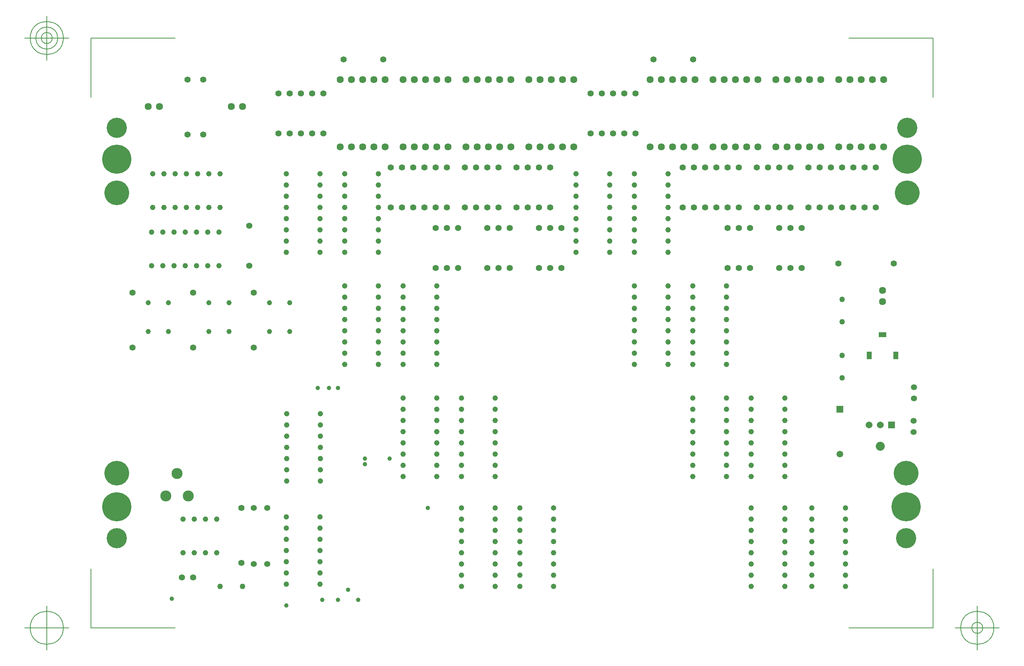
<source format=gbr>
G04 Generated by Ultiboard 14.3 *
%FSLAX34Y34*%
%MOMM*%

%ADD10C,0.0001*%
%ADD11C,0.0010*%
%ADD12C,0.1270*%
%ADD13C,2.03200*%
%ADD14C,6.60400*%
%ADD15C,4.57200*%
%ADD16C,5.58800*%
%ADD17C,1.4000*%
%ADD18C,1.2446*%
%ADD19C,1.3556*%
%ADD20C,1.6088*%
%ADD21C,1.1556*%
%ADD22C,2.4978*%
%ADD23C,1.5366*%
%ADD24R,1.5366X1.5366*%
%ADD25C,1.5000*%
%ADD26R,1.5000X1.5000*%
%ADD27C,1.0000*%
%ADD28C,1.2000*%
%ADD29C,3.0000*%
%ADD30C,5.0000*%
%ADD31C,4.0000*%
%ADD32C,1.2700*%


G04 ColorRGB 9900CC for the following layer *
%LNSolder Mask Bottom*%
%LPD*%
G54D10*
G54D11*
G36*
X1785520Y656680D02*
X1785520Y656680D01*
X1785520Y666680D01*
X1769520Y666680D01*
X1769520Y656680D01*
X1785520Y656680D01*
D02*
G37*
X1785520Y666680D01*
X1769520Y666680D01*
X1769520Y656680D01*
X1785520Y656680D01*
G36*
X1812520Y622680D02*
X1812520Y622680D01*
X1802520Y622680D01*
X1802520Y606680D01*
X1812520Y606680D01*
X1812520Y622680D01*
D02*
G37*
X1802520Y622680D01*
X1802520Y606680D01*
X1812520Y606680D01*
X1812520Y622680D01*
G36*
X1752520Y622680D02*
X1752520Y622680D01*
X1742520Y622680D01*
X1742520Y606680D01*
X1752520Y606680D01*
X1752520Y622680D01*
D02*
G37*
X1742520Y622680D01*
X1742520Y606680D01*
X1752520Y606680D01*
X1752520Y622680D01*
G54D12*
X-12700Y-2540D02*
X-12700Y131064D01*
X-12700Y-2540D02*
X177800Y-2540D01*
X1892300Y-2540D02*
X1701800Y-2540D01*
X1892300Y-2540D02*
X1892300Y131064D01*
X1892300Y1333500D02*
X1892300Y1199896D01*
X1892300Y1333500D02*
X1701800Y1333500D01*
X-12700Y1333500D02*
X177800Y1333500D01*
X-12700Y1333500D02*
X-12700Y1199896D01*
X-62700Y-2540D02*
X-162700Y-2540D01*
X-112700Y-52540D02*
X-112700Y47460D01*
X-150200Y-2540D02*
G75*
D01*
G02X-150200Y-2540I37500J0*
G01*
X1942300Y-2540D02*
X2042300Y-2540D01*
X1992300Y-52540D02*
X1992300Y47460D01*
X1954800Y-2540D02*
G75*
D01*
G02X1954800Y-2540I37500J0*
G01*
X1979800Y-2540D02*
G75*
D01*
G02X1979800Y-2540I12500J0*
G01*
X-62700Y1333500D02*
X-162700Y1333500D01*
X-112700Y1283500D02*
X-112700Y1383500D01*
X-150200Y1333500D02*
G75*
D01*
G02X-150200Y1333500I37500J0*
G01*
X-137700Y1333500D02*
G75*
D01*
G02X-137700Y1333500I25000J0*
G01*
X-125200Y1333500D02*
G75*
D01*
G02X-125200Y1333500I12500J0*
G01*
G54D13*
X1772920Y408940D03*
G54D14*
X45720Y271780D03*
X45720Y1059180D03*
X1833880Y1059180D03*
X1831340Y271780D03*
G54D15*
X45720Y200660D03*
X45720Y1130300D03*
X1833880Y1130300D03*
X1831340Y200660D03*
G54D16*
X45720Y347980D03*
X45720Y982980D03*
X1833880Y982980D03*
X1831340Y347980D03*
G54D17*
X81280Y631920D03*
X81280Y756920D03*
X218440Y631920D03*
X218440Y756920D03*
X355600Y631920D03*
X355600Y756920D03*
X327660Y144240D03*
X327660Y269240D03*
X690880Y1039960D03*
X690780Y949960D03*
X716280Y1039960D03*
X716180Y949960D03*
X741680Y1039960D03*
X741580Y949960D03*
X767080Y1039960D03*
X766980Y949960D03*
X792480Y1039960D03*
X792380Y949960D03*
X767080Y902800D03*
X766980Y812800D03*
X792480Y902800D03*
X792380Y812800D03*
X833120Y1039960D03*
X833020Y949960D03*
X883920Y1039960D03*
X883820Y949960D03*
X909320Y1039960D03*
X909220Y949960D03*
X858520Y1039960D03*
X858420Y949960D03*
X909320Y902800D03*
X909220Y812800D03*
X883920Y902800D03*
X883820Y812800D03*
X1026160Y1039960D03*
X1026060Y949960D03*
X975360Y1039960D03*
X975260Y949960D03*
X949960Y1039960D03*
X949860Y949960D03*
X1000760Y1039960D03*
X1000660Y949960D03*
X817880Y902800D03*
X817780Y812800D03*
X1325880Y1039960D03*
X1325780Y949960D03*
X1351280Y1039960D03*
X1351180Y949960D03*
X1376680Y1039960D03*
X1376580Y949960D03*
X1402080Y1039960D03*
X1401980Y949960D03*
X1427480Y1039960D03*
X1427380Y949960D03*
X1452880Y1039960D03*
X1452780Y949960D03*
X1117600Y1207600D03*
X1117500Y1117600D03*
X1143000Y1207600D03*
X1142900Y1117600D03*
X1168400Y1207600D03*
X1168300Y1117600D03*
X1193800Y1207600D03*
X1193700Y1117600D03*
X1219200Y1207600D03*
X1219100Y1117600D03*
X1427480Y902800D03*
X1427380Y812800D03*
X1452880Y902800D03*
X1452780Y812800D03*
X1478280Y902800D03*
X1478180Y812800D03*
X1493520Y1039960D03*
X1493420Y949960D03*
X1518920Y1039960D03*
X1518820Y949960D03*
X1544320Y1039960D03*
X1544220Y949960D03*
X1569720Y1039960D03*
X1569620Y949960D03*
X1595120Y902800D03*
X1595020Y812800D03*
X1569720Y902800D03*
X1569620Y812800D03*
X1544320Y902800D03*
X1544220Y812800D03*
X1610360Y1039960D03*
X1610260Y949960D03*
X1635760Y1039960D03*
X1635660Y949960D03*
X1661160Y1039960D03*
X1661060Y949960D03*
X1686560Y1039960D03*
X1686460Y949960D03*
X1711960Y1039960D03*
X1711860Y949960D03*
X1737360Y1039960D03*
X1737260Y949960D03*
X1762760Y1039960D03*
X1762660Y949960D03*
X411480Y1207600D03*
X411380Y1117600D03*
X436880Y1207600D03*
X436780Y1117600D03*
X462280Y1207600D03*
X462180Y1117600D03*
X487680Y1207600D03*
X487580Y1117600D03*
X513080Y1207600D03*
X512980Y1117600D03*
X665480Y1039960D03*
X665380Y949960D03*
X648800Y1285240D03*
X558800Y1285340D03*
X1349840Y1285240D03*
X1259840Y1285340D03*
X345440Y907880D03*
X345340Y817880D03*
X934720Y902800D03*
X934620Y812800D03*
X1000760Y902800D03*
X1000660Y812800D03*
X1026160Y902800D03*
X1026060Y812800D03*
X1051560Y902800D03*
X1051460Y812800D03*
X205740Y1114520D03*
X205740Y1239520D03*
X241300Y1114520D03*
X241300Y1239520D03*
X1678400Y822960D03*
X1803400Y822960D03*
X218040Y111760D03*
X193040Y111760D03*
G54D18*
X1480820Y91440D03*
X1557020Y142240D03*
X1557020Y116840D03*
X1557020Y167640D03*
X1557020Y218440D03*
X1557020Y193040D03*
X1557020Y243840D03*
X1557020Y269240D03*
X1480820Y243840D03*
X1480820Y167640D03*
X1480820Y142240D03*
X1480820Y116840D03*
X1480820Y218440D03*
X1480820Y193040D03*
X1480820Y269240D03*
X1557020Y91440D03*
X1348740Y340360D03*
X1424940Y391160D03*
X1424940Y365760D03*
X1424940Y416560D03*
X1424940Y467360D03*
X1424940Y441960D03*
X1424940Y492760D03*
X1424940Y518160D03*
X1348740Y492760D03*
X1348740Y416560D03*
X1348740Y391160D03*
X1348740Y365760D03*
X1348740Y467360D03*
X1348740Y441960D03*
X1348740Y518160D03*
X1424940Y340360D03*
X1084580Y848360D03*
X1160780Y899160D03*
X1160780Y873760D03*
X1160780Y924560D03*
X1160780Y975360D03*
X1160780Y949960D03*
X1160780Y1000760D03*
X1160780Y1026160D03*
X1084580Y1000760D03*
X1084580Y924560D03*
X1084580Y899160D03*
X1084580Y873760D03*
X1084580Y975360D03*
X1084580Y949960D03*
X1084580Y1026160D03*
X1160780Y848360D03*
X1216660Y594360D03*
X1292860Y645160D03*
X1292860Y619760D03*
X1292860Y670560D03*
X1292860Y721360D03*
X1292860Y695960D03*
X1292860Y746760D03*
X1292860Y772160D03*
X1216660Y746760D03*
X1216660Y670560D03*
X1216660Y645160D03*
X1216660Y619760D03*
X1216660Y721360D03*
X1216660Y695960D03*
X1216660Y772160D03*
X1292860Y594360D03*
X769620Y518160D03*
X693420Y467360D03*
X693420Y492760D03*
X693420Y441960D03*
X693420Y391160D03*
X693420Y416560D03*
X693420Y365760D03*
X693420Y340360D03*
X769620Y365760D03*
X769620Y441960D03*
X769620Y467360D03*
X769620Y492760D03*
X769620Y391160D03*
X769620Y416560D03*
X769620Y340360D03*
X693420Y518160D03*
X901700Y518160D03*
X825500Y467360D03*
X825500Y492760D03*
X825500Y441960D03*
X825500Y391160D03*
X825500Y416560D03*
X825500Y365760D03*
X825500Y340360D03*
X901700Y365760D03*
X901700Y441960D03*
X901700Y467360D03*
X901700Y492760D03*
X901700Y391160D03*
X901700Y416560D03*
X901700Y340360D03*
X825500Y518160D03*
X1557020Y518160D03*
X1480820Y467360D03*
X1480820Y492760D03*
X1480820Y441960D03*
X1480820Y391160D03*
X1480820Y416560D03*
X1480820Y365760D03*
X1480820Y340360D03*
X1557020Y365760D03*
X1557020Y441960D03*
X1557020Y467360D03*
X1557020Y492760D03*
X1557020Y391160D03*
X1557020Y416560D03*
X1557020Y340360D03*
X1480820Y518160D03*
X637540Y772160D03*
X561340Y721360D03*
X561340Y746760D03*
X561340Y695960D03*
X561340Y645160D03*
X561340Y670560D03*
X561340Y619760D03*
X561340Y594360D03*
X637540Y619760D03*
X637540Y695960D03*
X637540Y721360D03*
X637540Y746760D03*
X637540Y645160D03*
X637540Y670560D03*
X637540Y594360D03*
X561340Y772160D03*
X769620Y772160D03*
X693420Y721360D03*
X693420Y746760D03*
X693420Y695960D03*
X693420Y645160D03*
X693420Y670560D03*
X693420Y619760D03*
X693420Y594360D03*
X769620Y619760D03*
X769620Y695960D03*
X769620Y721360D03*
X769620Y746760D03*
X769620Y645160D03*
X769620Y670560D03*
X769620Y594360D03*
X693420Y772160D03*
X1424940Y772160D03*
X1348740Y721360D03*
X1348740Y746760D03*
X1348740Y695960D03*
X1348740Y645160D03*
X1348740Y670560D03*
X1348740Y619760D03*
X1348740Y594360D03*
X1424940Y619760D03*
X1424940Y695960D03*
X1424940Y721360D03*
X1424940Y746760D03*
X1424940Y645160D03*
X1424940Y670560D03*
X1424940Y594360D03*
X1348740Y772160D03*
X637540Y1026160D03*
X561340Y975360D03*
X561340Y1000760D03*
X561340Y949960D03*
X561340Y899160D03*
X561340Y924560D03*
X561340Y873760D03*
X561340Y848360D03*
X637540Y873760D03*
X637540Y949960D03*
X637540Y975360D03*
X637540Y1000760D03*
X637540Y899160D03*
X637540Y924560D03*
X637540Y848360D03*
X561340Y1026160D03*
X1292860Y1026160D03*
X1216660Y975360D03*
X1216660Y1000760D03*
X1216660Y949960D03*
X1216660Y899160D03*
X1216660Y924560D03*
X1216660Y873760D03*
X1216660Y848360D03*
X1292860Y873760D03*
X1292860Y949960D03*
X1292860Y975360D03*
X1292860Y1000760D03*
X1292860Y899160D03*
X1292860Y924560D03*
X1292860Y848360D03*
X1216660Y1026160D03*
X1033780Y269240D03*
X957580Y218440D03*
X957580Y243840D03*
X957580Y193040D03*
X957580Y142240D03*
X957580Y167640D03*
X957580Y116840D03*
X957580Y91440D03*
X1033780Y116840D03*
X1033780Y193040D03*
X1033780Y218440D03*
X1033780Y243840D03*
X1033780Y142240D03*
X1033780Y167640D03*
X1033780Y91440D03*
X957580Y269240D03*
X271780Y167640D03*
X195580Y243840D03*
X271780Y243840D03*
X220980Y243840D03*
X246380Y167640D03*
X246380Y243840D03*
X220980Y167640D03*
X195580Y167640D03*
X1694180Y269240D03*
X1617980Y218440D03*
X1617980Y243840D03*
X1617980Y193040D03*
X1617980Y142240D03*
X1617980Y167640D03*
X1617980Y116840D03*
X1617980Y91440D03*
X1694180Y116840D03*
X1694180Y193040D03*
X1694180Y218440D03*
X1694180Y243840D03*
X1694180Y142240D03*
X1694180Y167640D03*
X1694180Y91440D03*
X1617980Y269240D03*
X901700Y269240D03*
X825500Y218440D03*
X825500Y243840D03*
X825500Y193040D03*
X825500Y142240D03*
X825500Y167640D03*
X825500Y116840D03*
X825500Y91440D03*
X901700Y116840D03*
X901700Y193040D03*
X901700Y218440D03*
X901700Y243840D03*
X901700Y142240D03*
X901700Y167640D03*
X901700Y91440D03*
X825500Y269240D03*
X505460Y1026160D03*
X429260Y975360D03*
X429260Y1000760D03*
X429260Y949960D03*
X429260Y899160D03*
X429260Y924560D03*
X429260Y873760D03*
X429260Y848360D03*
X505460Y873760D03*
X505460Y949960D03*
X505460Y975360D03*
X505460Y1000760D03*
X505460Y899160D03*
X505460Y924560D03*
X505460Y848360D03*
X429260Y1026160D03*
X429260Y96520D03*
X505460Y172720D03*
X505460Y121920D03*
X505460Y147320D03*
X505460Y198120D03*
X505460Y223520D03*
X505460Y248920D03*
X429260Y248920D03*
X429260Y172720D03*
X429260Y121920D03*
X429260Y147320D03*
X429260Y198120D03*
X429260Y223520D03*
X505460Y96520D03*
X430395Y330200D03*
X506595Y406400D03*
X506595Y355600D03*
X506595Y381000D03*
X506595Y431800D03*
X506595Y457200D03*
X506595Y482600D03*
X430395Y482600D03*
X430395Y406400D03*
X430395Y355600D03*
X430395Y381000D03*
X430395Y431800D03*
X430395Y457200D03*
X506595Y330200D03*
X124460Y894080D03*
X175260Y817880D03*
X149860Y817880D03*
X276860Y817880D03*
X200660Y817880D03*
X226060Y817880D03*
X251460Y817880D03*
X276860Y894080D03*
X200660Y894080D03*
X149860Y894080D03*
X175260Y894080D03*
X226060Y894080D03*
X251460Y894080D03*
X124460Y817880D03*
X127000Y1026160D03*
X203200Y949960D03*
X152400Y949960D03*
X177800Y949960D03*
X228600Y949960D03*
X254000Y949960D03*
X279400Y949960D03*
X279400Y1026160D03*
X203200Y1026160D03*
X152400Y1026160D03*
X177800Y1026160D03*
X228600Y1026160D03*
X254000Y1026160D03*
X127000Y949960D03*
G54D19*
X355600Y142240D03*
X386080Y142240D03*
X355600Y269240D03*
X386080Y269240D03*
X1848595Y440824D03*
X1848595Y466224D03*
X1849402Y517480D03*
X1849402Y542880D03*
G54D20*
X1780540Y1239520D03*
X1678940Y1239520D03*
X1780540Y1087120D03*
X1755140Y1087120D03*
X1704340Y1087120D03*
X1755140Y1239520D03*
X1704340Y1239520D03*
X1678940Y1087120D03*
X1729740Y1087120D03*
X1729740Y1239520D03*
X1353820Y1239520D03*
X1252220Y1239520D03*
X1353820Y1087120D03*
X1328420Y1087120D03*
X1277620Y1087120D03*
X1328420Y1239520D03*
X1277620Y1239520D03*
X1252220Y1087120D03*
X1303020Y1087120D03*
X1303020Y1239520D03*
X1394460Y1239520D03*
X1496060Y1087120D03*
X1470660Y1087120D03*
X1419860Y1087120D03*
X1470660Y1239520D03*
X1419860Y1239520D03*
X1394460Y1087120D03*
X1445260Y1087120D03*
X1445260Y1239520D03*
X1496060Y1239520D03*
X1638300Y1239520D03*
X1536700Y1239520D03*
X1638300Y1087120D03*
X1612900Y1087120D03*
X1562100Y1087120D03*
X1612900Y1239520D03*
X1562100Y1239520D03*
X1536700Y1087120D03*
X1587500Y1087120D03*
X1587500Y1239520D03*
X652780Y1239520D03*
X652780Y1087120D03*
X627380Y1087120D03*
X576580Y1087120D03*
X627380Y1239520D03*
X576580Y1239520D03*
X551180Y1087120D03*
X601980Y1087120D03*
X601980Y1239520D03*
X551180Y1239520D03*
X693420Y1239520D03*
X795020Y1087120D03*
X769620Y1087120D03*
X718820Y1087120D03*
X769620Y1239520D03*
X718820Y1239520D03*
X693420Y1087120D03*
X744220Y1087120D03*
X744220Y1239520D03*
X795020Y1239520D03*
X937260Y1239520D03*
X835660Y1239520D03*
X937260Y1087120D03*
X911860Y1087120D03*
X861060Y1087120D03*
X911860Y1239520D03*
X861060Y1239520D03*
X835660Y1087120D03*
X886460Y1087120D03*
X886460Y1239520D03*
X1079500Y1239520D03*
X977900Y1239520D03*
X1079500Y1087120D03*
X1054100Y1087120D03*
X1003300Y1087120D03*
X1054100Y1239520D03*
X1003300Y1239520D03*
X977900Y1087120D03*
X1028700Y1087120D03*
X1028700Y1239520D03*
X116840Y1178560D03*
X142240Y1178560D03*
X330200Y1178560D03*
X304800Y1178560D03*
X1778000Y762000D03*
X1778000Y736600D03*
G54D21*
X299360Y668540D03*
X299360Y733540D03*
X254360Y668540D03*
X254360Y733540D03*
X436520Y733540D03*
X391520Y668540D03*
X436520Y668540D03*
X391520Y733540D03*
X162200Y668540D03*
X162200Y733540D03*
X117200Y668540D03*
X117200Y733540D03*
G54D22*
X181694Y346626D03*
X207094Y295826D03*
X156294Y295826D03*
G54D23*
X1747520Y457200D03*
X1772920Y457200D03*
G54D24*
X1798320Y457200D03*
G54D25*
X1681480Y391160D03*
G54D26*
X1681480Y492760D03*
G54D27*
X429260Y48260D03*
X546100Y60960D03*
X607060Y368300D03*
X662940Y381000D03*
X607060Y381000D03*
X591820Y60960D03*
X170180Y63500D03*
X510540Y60960D03*
X525780Y541020D03*
X749300Y269240D03*
X568960Y83820D03*
X500380Y541020D03*
X546100Y541020D03*
G54D28*
X1772920Y408940D03*
G54D29*
X1831340Y200660D03*
X1833880Y1130300D03*
X45720Y1130300D03*
X45720Y200660D03*
G54D30*
X1831340Y271780D03*
X1833880Y1059180D03*
X45720Y1059180D03*
X45720Y271780D03*
G54D31*
X1831340Y347980D03*
X1833880Y982980D03*
X45720Y982980D03*
X45720Y347980D03*
G54D32*
X1686560Y614680D03*
X1686560Y563880D03*
X1686560Y741680D03*
X1686560Y690880D03*
X279400Y91440D03*
X330200Y91440D03*

M02*

</source>
